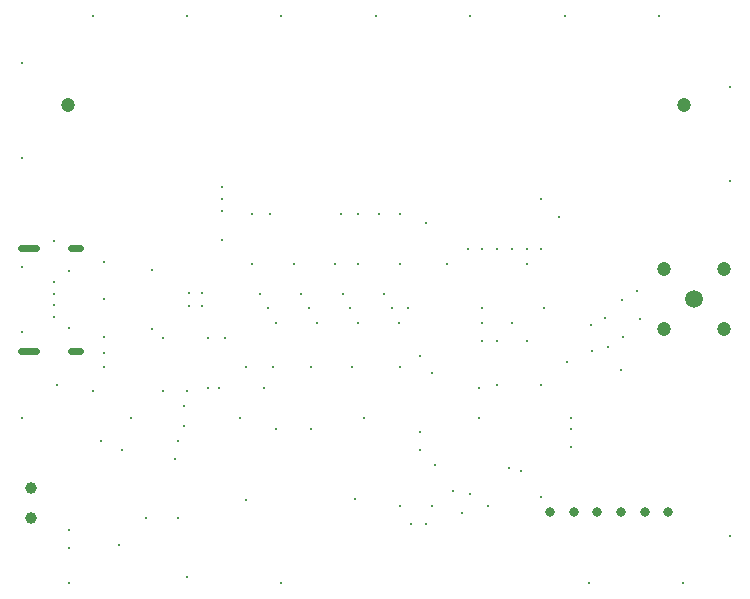
<source format=gbr>
%TF.GenerationSoftware,KiCad,Pcbnew,8.0.8+1*%
%TF.CreationDate,Date%
%TF.ProjectId,LoRa-V3-PCB,4c6f5261-2d56-4332-9d50-43422e6b6963,rev?*%
%TF.SameCoordinates,Original*%
%TF.FileFunction,Plated,1,2,PTH,Mixed*%
%TF.FilePolarity,Positive*%
%FSLAX46Y46*%
G04 Gerber Fmt 4.6, Leading zero omitted, Abs format (unit mm)*
G04 Created by KiCad*
%MOMM*%
%LPD*%
G01*
G04 APERTURE LIST*
%TA.AperFunction,ViaDrill*%
%ADD10C,0.300000*%
%TD*%
G04 aperture for slot hole*
%TA.AperFunction,ComponentDrill*%
%ADD11C,0.600000*%
%TD*%
%TA.AperFunction,ComponentDrill*%
%ADD12C,0.800000*%
%TD*%
%TA.AperFunction,ComponentDrill*%
%ADD13C,1.000000*%
%TD*%
%TA.AperFunction,ComponentDrill*%
%ADD14C,1.200000*%
%TD*%
%TA.AperFunction,ComponentDrill*%
%ADD15C,1.500000*%
%TD*%
G04 APERTURE END LIST*
D10*
X115000000Y-77000000D03*
X115000000Y-85000000D03*
X115000000Y-94250000D03*
X115000000Y-99750000D03*
X115000000Y-107000000D03*
X117700000Y-92050000D03*
X117750000Y-95500447D03*
X117750000Y-96500447D03*
X117750000Y-97500447D03*
X117750000Y-98500447D03*
X118000000Y-104250000D03*
X119000000Y-94600000D03*
X119000000Y-99375000D03*
X119000000Y-116500000D03*
X119000000Y-118000000D03*
X119000000Y-121000000D03*
X121000000Y-73000000D03*
X121000000Y-104750000D03*
X121750000Y-109000000D03*
X122000000Y-93800000D03*
X122000000Y-97000000D03*
X122000000Y-100200000D03*
X122000000Y-101500000D03*
X122000000Y-102750000D03*
X123250000Y-117750000D03*
X123500000Y-109750000D03*
X124250000Y-107000000D03*
X125500000Y-115500000D03*
X126000000Y-94500000D03*
X126000000Y-99500000D03*
X127000000Y-100250000D03*
X127000000Y-104750000D03*
X128000000Y-110500000D03*
X128250000Y-109000000D03*
X128250000Y-115500000D03*
X128750000Y-106000000D03*
X128750000Y-107750000D03*
X129000000Y-73000000D03*
X129000000Y-104750000D03*
X129000000Y-120500000D03*
X129200000Y-96475000D03*
X129200000Y-97525000D03*
X130300000Y-96475000D03*
X130300000Y-97525000D03*
X130750000Y-100250000D03*
X130750000Y-104500000D03*
X131750000Y-104500000D03*
X132000000Y-87500000D03*
X132000000Y-88500000D03*
X132000000Y-89500000D03*
X132000000Y-92000000D03*
X132250000Y-100250000D03*
X133500000Y-107000000D03*
X134000000Y-102750000D03*
X134000000Y-114000000D03*
X134500000Y-89750000D03*
X134500000Y-94000000D03*
X135175000Y-96502000D03*
X135500000Y-104500000D03*
X135825000Y-97751000D03*
X136000000Y-89750000D03*
X136250000Y-102750000D03*
X136500000Y-99000000D03*
X136500000Y-108000000D03*
X137000000Y-73000000D03*
X137000000Y-121000000D03*
X138025000Y-94000000D03*
X138674000Y-96500000D03*
X139325000Y-97750000D03*
X139500000Y-102750000D03*
X139500000Y-108000000D03*
X139975000Y-99000000D03*
X141500000Y-94000000D03*
X142000000Y-89750000D03*
X142175000Y-96500000D03*
X142825000Y-97750000D03*
X143000000Y-102750000D03*
X143250000Y-113850000D03*
X143500000Y-89750000D03*
X143500000Y-94000000D03*
X143500000Y-99000000D03*
X144000000Y-107000000D03*
X145000000Y-73000000D03*
X145250000Y-89750000D03*
X145675000Y-96500000D03*
X146325000Y-97750000D03*
X146975000Y-99000000D03*
X147000000Y-89750000D03*
X147000000Y-94000000D03*
X147000000Y-102750000D03*
X147000000Y-114500000D03*
X147750000Y-97750000D03*
X148000000Y-116000000D03*
X148750000Y-101750000D03*
X148750000Y-108250000D03*
X148750000Y-109750000D03*
X149250000Y-90500000D03*
X149250000Y-116000000D03*
X149750000Y-103250000D03*
X149750000Y-114500000D03*
X150000000Y-111000000D03*
X151000000Y-94000000D03*
X151500000Y-113250000D03*
X152250000Y-115100000D03*
X152750000Y-92750000D03*
X153000000Y-73000000D03*
X153000000Y-113500000D03*
X153750000Y-104500000D03*
X153750000Y-107000000D03*
X154000000Y-92750000D03*
X154000000Y-97750000D03*
X154000000Y-99000000D03*
X154000000Y-100500000D03*
X154470001Y-114500000D03*
X155250000Y-92750000D03*
X155250000Y-100500000D03*
X155250000Y-104250000D03*
X156250000Y-111250000D03*
X156500000Y-92750000D03*
X156500000Y-99000000D03*
X157250000Y-111500000D03*
X157750000Y-92750000D03*
X157750000Y-94000000D03*
X157750000Y-100500000D03*
X159000000Y-88500000D03*
X159000000Y-92750000D03*
X159000000Y-104250000D03*
X159000000Y-113750000D03*
X159250000Y-97750000D03*
X160500000Y-90000000D03*
X161000000Y-73000000D03*
X161200000Y-102250000D03*
X161500000Y-107000000D03*
X161500000Y-108000000D03*
X161500000Y-109500000D03*
X163000000Y-121000000D03*
X163175732Y-99148137D03*
X163266473Y-101344388D03*
X164369744Y-98575069D03*
X164682986Y-100991946D03*
X165750000Y-103000000D03*
X165862368Y-97082444D03*
X165887616Y-100167571D03*
X167067018Y-96258049D03*
X167380274Y-98674914D03*
X169000000Y-73000000D03*
X171000000Y-121000000D03*
X175000000Y-79000000D03*
X175000000Y-87000000D03*
X175000000Y-117000000D03*
D11*
%TO.C,CONN1*%
X114980000Y-92680000D02*
X116180000Y-92680000D01*
X114980000Y-101320000D02*
X116180000Y-101320000D01*
X119180000Y-92680000D02*
X119980000Y-92680000D01*
X119180000Y-101320000D02*
X119980000Y-101320000D01*
D12*
%TO.C,CONN8*%
X159750000Y-115000000D03*
X161750000Y-115000000D03*
X163750000Y-115000000D03*
X165750000Y-115000000D03*
X167750000Y-115000000D03*
X169750000Y-115000000D03*
D13*
%TO.C,CONN4*%
X115750000Y-112960000D03*
X115750000Y-115500000D03*
D14*
%TO.C,CONN2*%
X118900000Y-80500000D03*
%TO.C,CONN5*%
X169360000Y-94460000D03*
X169360000Y-99540000D03*
%TO.C,CONN2*%
X171100000Y-80500000D03*
%TO.C,CONN5*%
X174440000Y-94460000D03*
X174440000Y-99540000D03*
D15*
X171900000Y-97000000D03*
M02*

</source>
